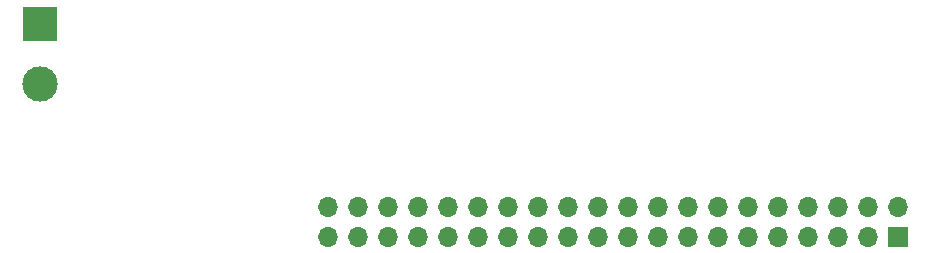
<source format=gbr>
%TF.GenerationSoftware,KiCad,Pcbnew,7.0.10*%
%TF.CreationDate,2024-01-06T13:40:11+01:00*%
%TF.ProjectId,p2000t-ram-expansion-board-smd,70323030-3074-42d7-9261-6d2d65787061,rev?*%
%TF.SameCoordinates,Original*%
%TF.FileFunction,Soldermask,Bot*%
%TF.FilePolarity,Negative*%
%FSLAX46Y46*%
G04 Gerber Fmt 4.6, Leading zero omitted, Abs format (unit mm)*
G04 Created by KiCad (PCBNEW 7.0.10) date 2024-01-06 13:40:11*
%MOMM*%
%LPD*%
G01*
G04 APERTURE LIST*
%ADD10R,3.000000X3.000000*%
%ADD11C,3.000000*%
%ADD12R,1.700000X1.700000*%
%ADD13O,1.700000X1.700000*%
G04 APERTURE END LIST*
D10*
%TO.C,J3*%
X26416000Y-62484000D03*
D11*
X26416000Y-67564000D03*
%TD*%
D12*
%TO.C,J1*%
X99055000Y-80518000D03*
D13*
X99055000Y-77978000D03*
X96515000Y-80518000D03*
X96515000Y-77978000D03*
X93975000Y-80518000D03*
X93975000Y-77978000D03*
X91435000Y-80518000D03*
X91435000Y-77978000D03*
X88895000Y-80518000D03*
X88895000Y-77978000D03*
X86355000Y-80518000D03*
X86355000Y-77978000D03*
X83815000Y-80518000D03*
X83815000Y-77978000D03*
X81275000Y-80518000D03*
X81275000Y-77978000D03*
X78735000Y-80518000D03*
X78735000Y-77978000D03*
X76195000Y-80518000D03*
X76195000Y-77978000D03*
X73655000Y-80518000D03*
X73655000Y-77978000D03*
X71115000Y-80518000D03*
X71115000Y-77978000D03*
X68575000Y-80518000D03*
X68575000Y-77978000D03*
X66035000Y-80518000D03*
X66035000Y-77978000D03*
X63495000Y-80518000D03*
X63495000Y-77978000D03*
X60955000Y-80518000D03*
X60955000Y-77978000D03*
X58415000Y-80518000D03*
X58415000Y-77978000D03*
X55875000Y-80518000D03*
X55875000Y-77978000D03*
X53335000Y-80518000D03*
X53335000Y-77978000D03*
X50795000Y-80518000D03*
X50795000Y-77978000D03*
%TD*%
M02*

</source>
